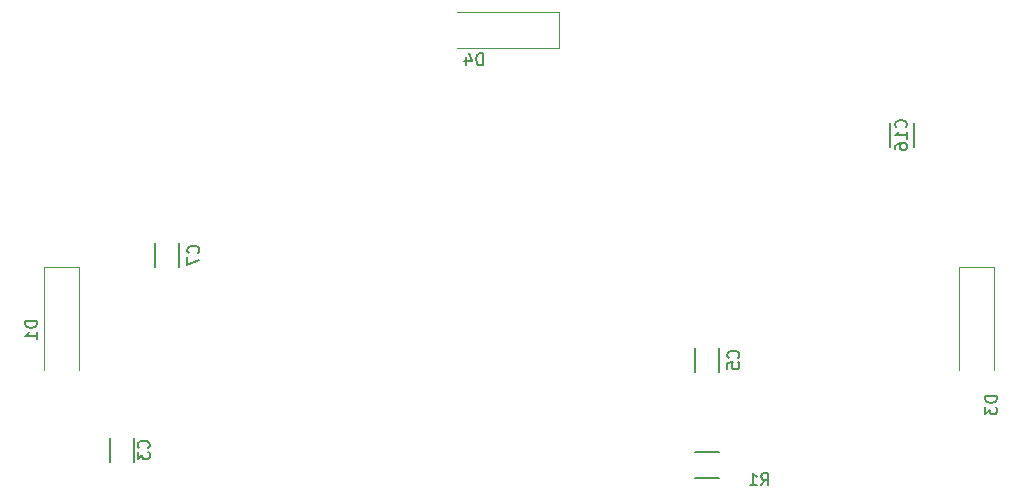
<source format=gbr>
G04 #@! TF.FileFunction,Legend,Bot*
%FSLAX46Y46*%
G04 Gerber Fmt 4.6, Leading zero omitted, Abs format (unit mm)*
G04 Created by KiCad (PCBNEW 4.0.5) date 10/30/17 14:37:20*
%MOMM*%
%LPD*%
G01*
G04 APERTURE LIST*
%ADD10C,0.100000*%
%ADD11C,0.150000*%
%ADD12C,0.120000*%
G04 APERTURE END LIST*
D10*
D11*
X153915000Y-93710000D02*
X153915000Y-91710000D01*
X155965000Y-91710000D02*
X155965000Y-93710000D01*
X205495000Y-84090000D02*
X205495000Y-86090000D01*
X203445000Y-86090000D02*
X203445000Y-84090000D01*
X159775000Y-75200000D02*
X159775000Y-77200000D01*
X157725000Y-77200000D02*
X157725000Y-75200000D01*
X222005000Y-65040000D02*
X222005000Y-67040000D01*
X219955000Y-67040000D02*
X219955000Y-65040000D01*
X203470000Y-95055000D02*
X205470000Y-95055000D01*
X205470000Y-92905000D02*
X203470000Y-92905000D01*
D12*
X148360000Y-85950000D02*
X148360000Y-77250000D01*
X148360000Y-77250000D02*
X151360000Y-77250000D01*
X151360000Y-77250000D02*
X151360000Y-85950000D01*
X225830000Y-85950000D02*
X225830000Y-77250000D01*
X225830000Y-77250000D02*
X228830000Y-77250000D01*
X228830000Y-77250000D02*
X228830000Y-85950000D01*
X183290000Y-55650000D02*
X191990000Y-55650000D01*
X191990000Y-55650000D02*
X191990000Y-58650000D01*
X191990000Y-58650000D02*
X183290000Y-58650000D01*
D11*
X157202143Y-92543334D02*
X157249762Y-92495715D01*
X157297381Y-92352858D01*
X157297381Y-92257620D01*
X157249762Y-92114762D01*
X157154524Y-92019524D01*
X157059286Y-91971905D01*
X156868810Y-91924286D01*
X156725952Y-91924286D01*
X156535476Y-91971905D01*
X156440238Y-92019524D01*
X156345000Y-92114762D01*
X156297381Y-92257620D01*
X156297381Y-92352858D01*
X156345000Y-92495715D01*
X156392619Y-92543334D01*
X156297381Y-92876667D02*
X156297381Y-93495715D01*
X156678333Y-93162381D01*
X156678333Y-93305239D01*
X156725952Y-93400477D01*
X156773571Y-93448096D01*
X156868810Y-93495715D01*
X157106905Y-93495715D01*
X157202143Y-93448096D01*
X157249762Y-93400477D01*
X157297381Y-93305239D01*
X157297381Y-93019524D01*
X157249762Y-92924286D01*
X157202143Y-92876667D01*
X207127143Y-84923334D02*
X207174762Y-84875715D01*
X207222381Y-84732858D01*
X207222381Y-84637620D01*
X207174762Y-84494762D01*
X207079524Y-84399524D01*
X206984286Y-84351905D01*
X206793810Y-84304286D01*
X206650952Y-84304286D01*
X206460476Y-84351905D01*
X206365238Y-84399524D01*
X206270000Y-84494762D01*
X206222381Y-84637620D01*
X206222381Y-84732858D01*
X206270000Y-84875715D01*
X206317619Y-84923334D01*
X206222381Y-85828096D02*
X206222381Y-85351905D01*
X206698571Y-85304286D01*
X206650952Y-85351905D01*
X206603333Y-85447143D01*
X206603333Y-85685239D01*
X206650952Y-85780477D01*
X206698571Y-85828096D01*
X206793810Y-85875715D01*
X207031905Y-85875715D01*
X207127143Y-85828096D01*
X207174762Y-85780477D01*
X207222381Y-85685239D01*
X207222381Y-85447143D01*
X207174762Y-85351905D01*
X207127143Y-85304286D01*
X161407143Y-76033334D02*
X161454762Y-75985715D01*
X161502381Y-75842858D01*
X161502381Y-75747620D01*
X161454762Y-75604762D01*
X161359524Y-75509524D01*
X161264286Y-75461905D01*
X161073810Y-75414286D01*
X160930952Y-75414286D01*
X160740476Y-75461905D01*
X160645238Y-75509524D01*
X160550000Y-75604762D01*
X160502381Y-75747620D01*
X160502381Y-75842858D01*
X160550000Y-75985715D01*
X160597619Y-76033334D01*
X160502381Y-76366667D02*
X160502381Y-77033334D01*
X161502381Y-76604762D01*
X221337143Y-65397143D02*
X221384762Y-65349524D01*
X221432381Y-65206667D01*
X221432381Y-65111429D01*
X221384762Y-64968571D01*
X221289524Y-64873333D01*
X221194286Y-64825714D01*
X221003810Y-64778095D01*
X220860952Y-64778095D01*
X220670476Y-64825714D01*
X220575238Y-64873333D01*
X220480000Y-64968571D01*
X220432381Y-65111429D01*
X220432381Y-65206667D01*
X220480000Y-65349524D01*
X220527619Y-65397143D01*
X221432381Y-66349524D02*
X221432381Y-65778095D01*
X221432381Y-66063809D02*
X220432381Y-66063809D01*
X220575238Y-65968571D01*
X220670476Y-65873333D01*
X220718095Y-65778095D01*
X220432381Y-67206667D02*
X220432381Y-67016190D01*
X220480000Y-66920952D01*
X220527619Y-66873333D01*
X220670476Y-66778095D01*
X220860952Y-66730476D01*
X221241905Y-66730476D01*
X221337143Y-66778095D01*
X221384762Y-66825714D01*
X221432381Y-66920952D01*
X221432381Y-67111429D01*
X221384762Y-67206667D01*
X221337143Y-67254286D01*
X221241905Y-67301905D01*
X221003810Y-67301905D01*
X220908571Y-67254286D01*
X220860952Y-67206667D01*
X220813333Y-67111429D01*
X220813333Y-66920952D01*
X220860952Y-66825714D01*
X220908571Y-66778095D01*
X221003810Y-66730476D01*
X209081666Y-95702381D02*
X209415000Y-95226190D01*
X209653095Y-95702381D02*
X209653095Y-94702381D01*
X209272142Y-94702381D01*
X209176904Y-94750000D01*
X209129285Y-94797619D01*
X209081666Y-94892857D01*
X209081666Y-95035714D01*
X209129285Y-95130952D01*
X209176904Y-95178571D01*
X209272142Y-95226190D01*
X209653095Y-95226190D01*
X208129285Y-95702381D02*
X208700714Y-95702381D01*
X208415000Y-95702381D02*
X208415000Y-94702381D01*
X208510238Y-94845238D01*
X208605476Y-94940476D01*
X208700714Y-94988095D01*
X147772381Y-81811905D02*
X146772381Y-81811905D01*
X146772381Y-82050000D01*
X146820000Y-82192858D01*
X146915238Y-82288096D01*
X147010476Y-82335715D01*
X147200952Y-82383334D01*
X147343810Y-82383334D01*
X147534286Y-82335715D01*
X147629524Y-82288096D01*
X147724762Y-82192858D01*
X147772381Y-82050000D01*
X147772381Y-81811905D01*
X147772381Y-83335715D02*
X147772381Y-82764286D01*
X147772381Y-83050000D02*
X146772381Y-83050000D01*
X146915238Y-82954762D01*
X147010476Y-82859524D01*
X147058095Y-82764286D01*
X229052381Y-88161905D02*
X228052381Y-88161905D01*
X228052381Y-88400000D01*
X228100000Y-88542858D01*
X228195238Y-88638096D01*
X228290476Y-88685715D01*
X228480952Y-88733334D01*
X228623810Y-88733334D01*
X228814286Y-88685715D01*
X228909524Y-88638096D01*
X229004762Y-88542858D01*
X229052381Y-88400000D01*
X229052381Y-88161905D01*
X228052381Y-89066667D02*
X228052381Y-89685715D01*
X228433333Y-89352381D01*
X228433333Y-89495239D01*
X228480952Y-89590477D01*
X228528571Y-89638096D01*
X228623810Y-89685715D01*
X228861905Y-89685715D01*
X228957143Y-89638096D01*
X229004762Y-89590477D01*
X229052381Y-89495239D01*
X229052381Y-89209524D01*
X229004762Y-89114286D01*
X228957143Y-89066667D01*
X185523095Y-60142381D02*
X185523095Y-59142381D01*
X185285000Y-59142381D01*
X185142142Y-59190000D01*
X185046904Y-59285238D01*
X184999285Y-59380476D01*
X184951666Y-59570952D01*
X184951666Y-59713810D01*
X184999285Y-59904286D01*
X185046904Y-59999524D01*
X185142142Y-60094762D01*
X185285000Y-60142381D01*
X185523095Y-60142381D01*
X184094523Y-59475714D02*
X184094523Y-60142381D01*
X184332619Y-59094762D02*
X184570714Y-59809048D01*
X183951666Y-59809048D01*
M02*

</source>
